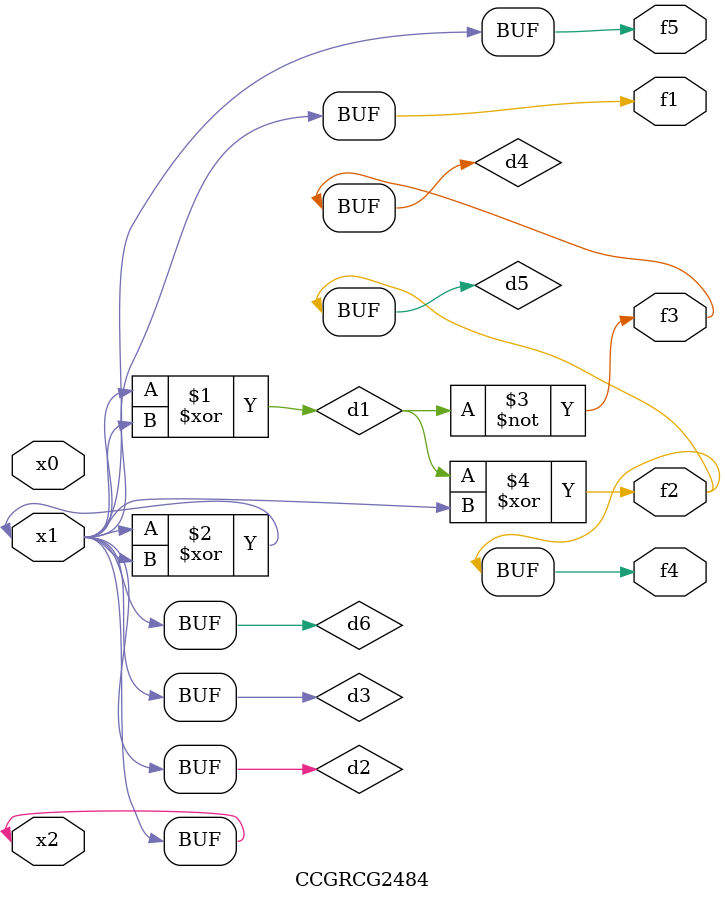
<source format=v>
module CCGRCG2484(
	input x0, x1, x2,
	output f1, f2, f3, f4, f5
);

	wire d1, d2, d3, d4, d5, d6;

	xor (d1, x1, x2);
	buf (d2, x1, x2);
	xor (d3, x1, x2);
	nor (d4, d1);
	xor (d5, d1, d2);
	buf (d6, d2, d3);
	assign f1 = d6;
	assign f2 = d5;
	assign f3 = d4;
	assign f4 = d5;
	assign f5 = d6;
endmodule

</source>
